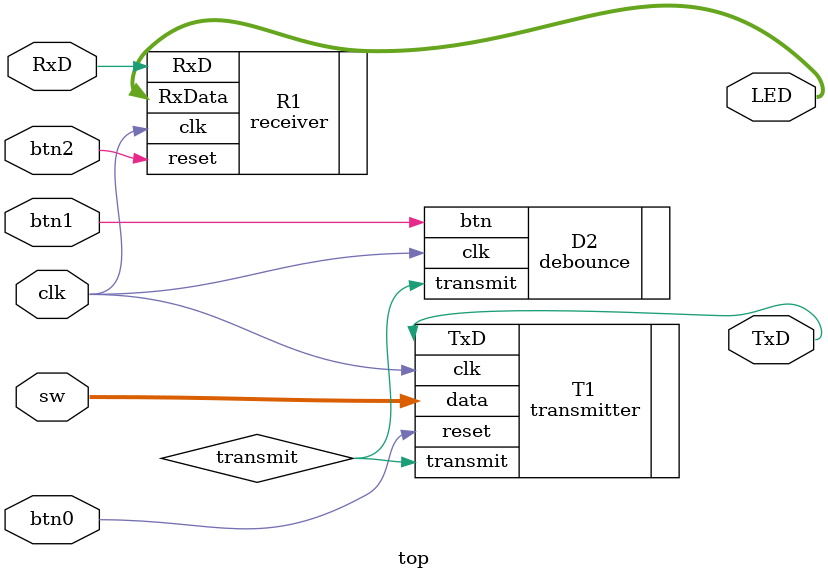
<source format=v>
`timescale 1ns / 1ps


module top(
input [7:0]sw,
input btn0,
input btn1,
input btn2,
input clk,
input RxD,
output TxD,
//output TxD_debug,
//output transmit_debug,
//output button_debug, 
//output clk_debug,
output wire [7:0] LED
); 

wire transmit;
//assign TxD_debug = TxD;
//assign transmit_debug = transmit;
//assign button_debug = btn1;
//assign clk_debug = clk;


debounce D2 (.clk(clk), .btn(btn1), .transmit(transmit));
transmitter T1 (.clk(clk), .reset(btn0),.transmit(transmit),.TxD(TxD),.data(sw));
receiver R1(.clk(clk), .reset(btn2), .RxD(RxD), .RxData(LED));

endmodule

</source>
